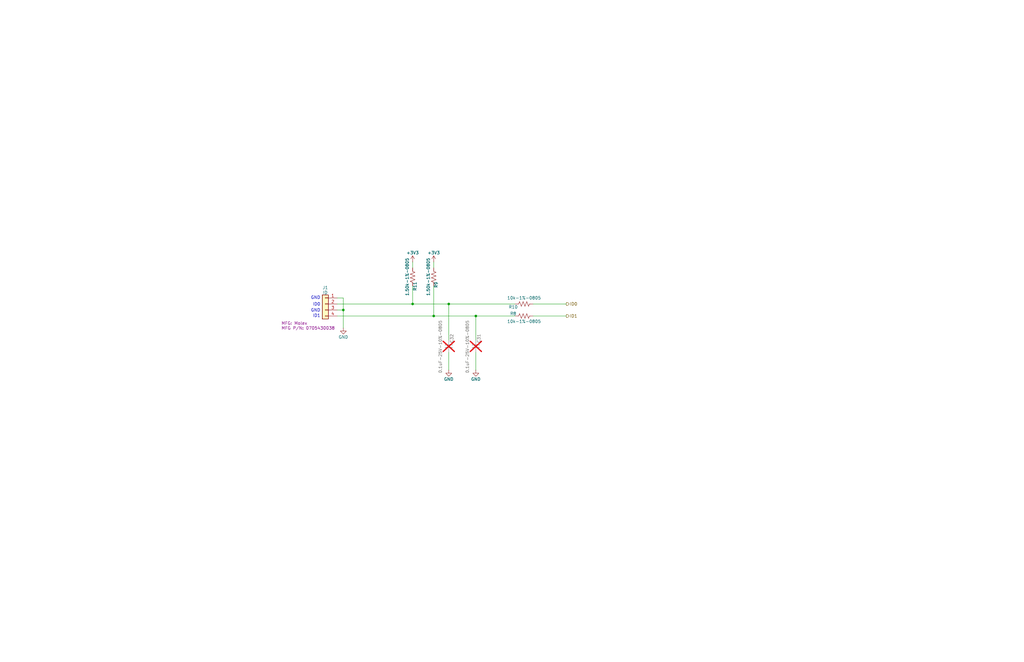
<source format=kicad_sch>
(kicad_sch (version 20250114) (generator "eeschema") (generator_version "9.0")
  (paper "B")
  (title_block (title "Pico Button Board") (date "2026-01-20") (rev "1"))
  (lib_symbols
    (symbol "Connector_Generic:Conn_01x04" (pin_names (offset 1.016) (hide yes))
      (property "Reference" "J" (at 0 5.08 0))
      (property "Value" "Conn_01x04" (at 0 -7.62 0))
      (symbol "Conn_01x04_1_1"
        (rectangle (start -1.27 3.81) (end 1.27 -6.35) (stroke (width 0.254)) (fill (type background)))
        (rectangle (start -1.27 2.667) (end 0 2.413) (stroke (width 0.1524)))
        (rectangle (start -1.27 0.127) (end 0 -0.127) (stroke (width 0.1524)))
        (rectangle (start -1.27 -2.413) (end 0 -2.667) (stroke (width 0.1524)))
        (rectangle (start -1.27 -4.953) (end 0 -5.207) (stroke (width 0.1524)))
        (pin passive line (at -5.08 2.54 0) (length 3.81) (name "Pin_1") (number "1"))
        (pin passive line (at -5.08 0 0) (length 3.81) (name "Pin_2") (number "2"))
        (pin passive line (at -5.08 -2.54 0) (length 3.81) (name "Pin_3") (number "3"))
        (pin passive line (at -5.08 -5.08 0) (length 3.81) (name "Pin_4") (number "4"))
      )
    )
    (symbol "Device:C_Small_US" (pin_numbers (hide yes)) (pin_names (offset 0.254) (hide yes))
      (property "Reference" "C" (at 0.254 1.778 0))
      (property "Value" "C_Small_US" (at 0.254 -2.032 0))
      (symbol "C_Small_US_0_1"
        (polyline (pts (xy -1.524 0.508) (xy 1.524 0.508)) (stroke (width 0.3048)))
        (arc (start -1.524 -0.762) (mid 0 -0.3734) (end 1.524 -0.762) (stroke (width 0.3048)))
      )
      (symbol "C_Small_US_1_1"
        (pin passive line (at 0 2.54 270) (length 2.032) (name "~") (number "1"))
        (pin passive line (at 0 -2.54 90) (length 2.032) (name "~") (number "2"))
      )
    )
    (symbol "Device:R_US" (pin_numbers (hide yes)) (pin_names (offset 0))
      (property "Reference" "R" (at 2.54 0 90))
      (property "Value" "R_US" (at -2.54 0 90))
      (symbol "R_US_0_1"
        (polyline (pts (xy 0 2.286) (xy 0 2.54)))
        (polyline (pts (xy 0 2.286) (xy 1.016 1.905) (xy 0 1.524) (xy -1.016 1.143) (xy 0 0.762)))
        (polyline (pts (xy 0 0.762) (xy 1.016 0.381) (xy 0 0) (xy -1.016 -0.381) (xy 0 -0.762)))
        (polyline (pts (xy 0 -0.762) (xy 1.016 -1.143) (xy 0 -1.524) (xy -1.016 -1.905) (xy 0 -2.286)))
        (polyline (pts (xy 0 -2.286) (xy 0 -2.54)))
      )
      (symbol "R_US_1_1"
        (pin passive line (at 0 3.81 270) (length 1.27) (name "~") (number "1"))
        (pin passive line (at 0 -3.81 90) (length 1.27) (name "~") (number "2"))
      )
    )
    (symbol "power:+3V3" (power) (pin_numbers (hide yes)) (pin_names (offset 0) (hide yes))
      (property "Value" "+3V3" (at 0 3.556 0))
      (symbol "+3V3_0_1"
        (polyline (pts (xy -0.762 1.27) (xy 0 2.54)))
        (polyline (pts (xy 0 2.54) (xy 0.762 1.27)))
        (polyline (pts (xy 0 0) (xy 0 2.54)))
      )
      (symbol "+3V3_1_1"
        (pin power_in line (at 0 0 90) (length 0) (name "~") (number "1"))
      )
    )
    (symbol "power:GND" (power) (pin_numbers (hide yes)) (pin_names (offset 0) (hide yes))
      (property "Value" "GND" (at 0 -3.81 0))
      (symbol "GND_0_1"
        (polyline (pts (xy 0 0) (xy 0 -1.27) (xy 1.27 -1.27) (xy 0 -2.54) (xy -1.27 -1.27) (xy 0 -1.27)))
      )
      (symbol "GND_1_1"
        (pin power_in line (at 0 0 270) (length 0) (name "~") (number "1"))
      )
    )
  )
  (text "GND" (at 135.128 131.064 0) (effects (font (size 1.27 1.27)) (justify right)))
  (text "ID1" (at 135.128 133.35 0) (effects (font (size 1.27 1.27)) (justify right)))
  (text "ID0" (at 135.128 128.524 0) (effects (font (size 1.27 1.27)) (justify right)))
  (text "GND" (at 135.128 125.73 0) (effects (font (size 1.27 1.27)) (justify right)))
  (junction (at 173.99 128.27))
  (junction (at 182.88 133.35))
  (junction (at 189.23 128.27))
  (junction (at 144.78 130.81))
  (junction (at 200.66 133.35))
  (wire (pts (xy 173.99 128.27) (xy 189.23 128.27)))
  (wire (pts (xy 173.99 110.49) (xy 173.99 113.03)))
  (wire (pts (xy 142.24 128.27) (xy 173.99 128.27)))
  (wire (pts (xy 144.78 125.73) (xy 144.78 130.81)))
  (wire (pts (xy 224.79 133.35) (xy 238.76 133.35)))
  (wire (pts (xy 142.24 125.73) (xy 144.78 125.73)))
  (wire (pts (xy 182.88 120.65) (xy 182.88 133.35)))
  (wire (pts (xy 200.66 148.59) (xy 200.66 156.21)))
  (wire (pts (xy 189.23 128.27) (xy 189.23 143.51)))
  (wire (pts (xy 200.66 133.35) (xy 217.17 133.35)))
  (wire (pts (xy 142.24 133.35) (xy 182.88 133.35)))
  (wire (pts (xy 189.23 128.27) (xy 217.17 128.27)))
  (wire (pts (xy 182.88 110.49) (xy 182.88 113.03)))
  (wire (pts (xy 224.79 128.27) (xy 238.76 128.27)))
  (wire (pts (xy 200.66 143.51) (xy 200.66 133.35)))
  (wire (pts (xy 189.23 148.59) (xy 189.23 156.21)))
  (wire (pts (xy 142.24 130.81) (xy 144.78 130.81)))
  (wire (pts (xy 173.99 120.65) (xy 173.99 128.27)))
  (wire (pts (xy 182.88 133.35) (xy 200.66 133.35)))
  (wire (pts (xy 144.78 130.81) (xy 144.78 138.43)))
  (hierarchical_label "ID1" (shape output) (at 238.76 133.35 0))
  (hierarchical_label "ID0" (shape output) (at 238.76 128.27 0))
  (symbol (lib_id "Device:R_US") (at 220.98 128.27 90) (unit 1)
    (property "Reference" "R10" (at 216.408 129.54 90))
    (property "Value" "10k-1%-0805" (at 220.98 125.73 90))
    (property "Footprint" "Resistor_SMD:R_0805_2012Metric_Pad1.20x1.40mm_HandSolder" (effects (hide yes)))
    (property "Description" "Resistor, US symbol" (effects (hide yes)))
    (property "MFG" "Vishay Dale" (effects (hide yes)))
    (property "MFG P/N" "CRCW080510K0FKEA" (effects (hide yes)))
    (property "DIST" "Digikey" (effects (hide yes)))
    (property "DIST P/N" "541-10.0KCCT-ND" (effects (hide yes)))
  )
  (symbol (lib_id "Device:C_Small_US") (at 200.66 146.05 0) (unit 1) (dnp yes)
    (property "Reference" "C31" (at 201.93 144.78 90) (effects (justify left)))
    (property "Value" "0.1uF-25V-10%-0805" (at 197.104 146.304 90))
    (property "Footprint" "Capacitor_SMD:C_0805_2012Metric_Pad1.18x1.45mm_HandSolder" (effects (hide yes)))
    (property "Description" "capacitor, small US symbol" (effects (hide yes)))
    (property "DIST" "Digikey" (effects (hide yes)))
    (property "DIST P/N" "CC0805KRX7R8BB104" (effects (hide yes)))
    (property "MFG" "YAGEO" (effects (hide yes)))
    (property "MFG P/N" "311-1141-1-ND" (effects (hide yes)))
  )
  (symbol (lib_id "power:GND") (at 189.23 156.21 0) (unit 1)
    (property "Reference" "#PWR0504" (effects (hide yes)))
    (property "Value" "GND" (at 189.23 160.02 0))
  )
  (symbol (lib_id "power:GND") (at 144.78 138.43 0) (unit 1)
    (property "Reference" "#PWR0501" (effects (hide yes)))
    (property "Value" "GND" (at 144.78 142.24 0))
  )
  (symbol (lib_id "power:+3V3") (at 173.99 110.49 0) (mirror y) (unit 1)
    (property "Reference" "#PWR0502" (effects (hide yes)))
    (property "Value" "+3V3" (at 173.99 106.68 0))
  )
  (symbol (lib_id "power:GND") (at 200.66 156.21 0) (unit 1)
    (property "Reference" "#PWR0505" (effects (hide yes)))
    (property "Value" "GND" (at 200.66 160.02 0))
  )
  (symbol (lib_id "Device:C_Small_US") (at 189.23 146.05 0) (unit 1) (dnp yes)
    (property "Reference" "C32" (at 190.5 144.78 90) (effects (justify left)))
    (property "Value" "0.1uF-25V-10%-0805" (at 185.674 146.304 90))
    (property "Footprint" "Capacitor_SMD:C_0805_2012Metric_Pad1.18x1.45mm_HandSolder" (effects (hide yes)))
    (property "Description" "capacitor, small US symbol" (effects (hide yes)))
    (property "DIST" "Digikey" (effects (hide yes)))
    (property "DIST P/N" "CC0805KRX7R8BB104" (effects (hide yes)))
    (property "MFG" "YAGEO" (effects (hide yes)))
    (property "MFG P/N" "311-1141-1-ND" (effects (hide yes)))
  )
  (symbol (lib_id "Device:R_US") (at 182.88 116.84 0) (unit 1)
    (property "Reference" "R9" (at 183.896 118.872 90) (effects (justify right)))
    (property "Value" "1.50k-1%-0805" (at 180.594 116.84 90))
    (property "Footprint" "Resistor_SMD:R_0805_2012Metric_Pad1.20x1.40mm_HandSolder" (effects (hide yes)))
    (property "Description" "Resistor, US symbol" (effects (hide yes)))
    (property "MFG" "YAGEO" (effects (hide yes)))
    (property "MFG P/N" "RC0805FR-071K5L" (effects (hide yes)))
    (property "DIST" "Digikey" (effects (hide yes)))
    (property "DIST P/N" "311-1.50KCRCT-ND" (effects (hide yes)))
  )
  (symbol (lib_id "power:+3V3") (at 182.88 110.49 0) (mirror y) (unit 1)
    (property "Reference" "#PWR0503" (effects (hide yes)))
    (property "Value" "+3V3" (at 182.88 106.68 0))
  )
  (symbol (lib_id "Device:R_US") (at 220.98 133.35 90) (unit 1)
    (property "Reference" "R8" (at 216.408 132.334 90))
    (property "Value" "10k-1%-0805" (at 220.98 135.636 90))
    (property "Footprint" "Resistor_SMD:R_0805_2012Metric_Pad1.20x1.40mm_HandSolder" (effects (hide yes)))
    (property "Description" "Resistor, US symbol" (effects (hide yes)))
    (property "MFG" "Vishay Dale" (effects (hide yes)))
    (property "MFG P/N" "CRCW080510K0FKEA" (effects (hide yes)))
    (property "DIST" "Digikey" (effects (hide yes)))
    (property "DIST P/N" "541-10.0KCCT-ND" (effects (hide yes)))
  )
  (symbol (lib_id "Device:R_US") (at 173.99 116.84 0) (unit 1)
    (property "Reference" "R11" (at 175.006 118.872 90) (effects (justify right)))
    (property "Value" "1.50k-1%-0805" (at 171.704 116.84 90))
    (property "Footprint" "Resistor_SMD:R_0805_2012Metric_Pad1.20x1.40mm_HandSolder" (effects (hide yes)))
    (property "Description" "Resistor, US symbol" (effects (hide yes)))
    (property "MFG" "YAGEO" (effects (hide yes)))
    (property "MFG P/N" "RC0805FR-071K5L" (effects (hide yes)))
    (property "DIST" "Digikey" (effects (hide yes)))
    (property "DIST P/N" "311-1.50KCRCT-ND" (effects (hide yes)))
  )
  (symbol (lib_id "Connector_Generic:Conn_01x04") (at 137.16 128.27 0) (mirror y) (unit 1)
    (property "Reference" "J1" (at 137.16 121.412 0))
    (property "Value" "ID" (at 137.16 123.444 0))
    (property "Footprint" "Pico-ButtonBoard:Molex-70543-0003" (effects (hide yes)))
    (property "Datasheet" "Components/Molex-705430001_sd.pdf" (effects (hide yes)))
    (property "Description" "Generic connector, single row, 01x04, script generated (kicad-library-utils/schlib/autogen/connector/)" (effects (hide yes)))
    (property "MFG" "Molex" (at 118.618 136.398 0) (show_name yes) (effects (justify right)))
    (property "MFG P/N" "0705430038" (at 118.618 138.43 0) (show_name yes) (effects (justify right)))
    (property "DIST" "Mouser" (effects (hide yes)))
    (property "DIST P/N" "WM4826-ND" (effects (hide yes)))
  )
)
</source>
